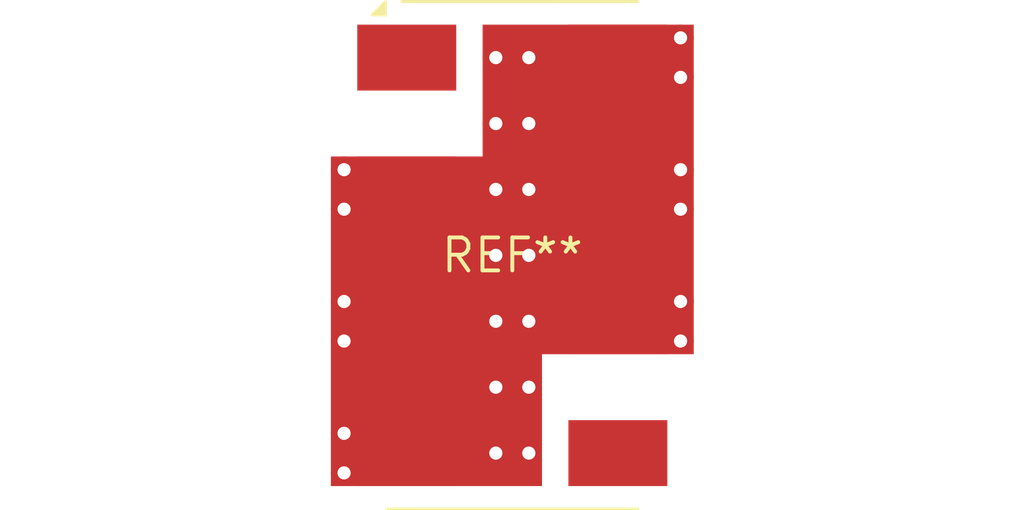
<source format=kicad_pcb>
(kicad_pcb (version 20240108) (generator pcbnew)
  (layers (0 "F.Cu" signal) (31 "B.Cu" signal) (34 "B.Paste" user) (35 "F.Paste" user) (36 "B.SilkS" user "B.Silkscreen") (37 "F.SilkS" user "F.Silkscreen") (38 "B.Mask" user) (39 "F.Mask" user) (44 "Edge.Cuts" user))
  (net 0 "")
  (footprint "Mini-Circuits_YY161_LandPatternPL-049" (layer "F.Cu") (at 0 0)
    (property "Reference" "REF**")
    (property "Value" "Mini-Circuits_YY161_LandPatternPL-049")
    (fp_line (start -4.826 9.779) (end 4.826 9.779) (layer "F.SilkS") (stroke (width 0.12)))
    (fp_line (start 4.826 -9.779) (end -4.25 -9.78) (layer "F.SilkS") (stroke (width 0.12)))
    (fp_poly (pts (xy -4.89 -9.27) (xy -5.39 -9.27) (xy -4.89 -9.77) (xy -4.89 -9.27)) (layer "F.SilkS") (stroke (width 0.12)) (fill solid))
    (pad "1" smd rect (at -4.064 -7.62 270) (size 2.54 3.81) (layers "F.Cu" "F.Paste" "F.Mask") (clearance 1.016))
    (pad "2" thru_hole circle (at -6.477 -3.302 270) (size 1.016 1.016) (drill 0.508) (layers *.Cu) (remove_unused_layers))
    (pad "2" thru_hole circle (at -6.477 -1.778 270) (size 1.016 1.016) (drill 0.508) (layers *.Cu) (remove_unused_layers))
    (pad "2" thru_hole circle (at -6.477 1.778 270) (size 1.016 1.016) (drill 0.508) (layers *.Cu) (remove_unused_layers))
    (pad "2" thru_hole circle (at -6.477 3.302 270) (size 1.016 1.016) (drill 0.508) (layers *.Cu) (remove_unused_layers))
    (pad "2" thru_hole circle (at -6.477 6.858 270) (size 1.016 1.016) (drill 0.508) (layers *.Cu) (remove_unused_layers))
    (pad "2" thru_hole circle (at -6.477 8.382 270) (size 1.016 1.016) (drill 0.508) (layers *.Cu) (remove_unused_layers))
    (pad "2" smd rect (at -2.921 2.54 270) (size 12.7 8.128) (layers "F.Cu"))
    (pad "2" thru_hole circle (at -0.635 -7.62 270) (size 1.016 1.016) (drill 0.508) (layers *.Cu) (remove_unused_layers))
    (pad "2" thru_hole circle (at -0.635 -5.08 270) (size 1.016 1.016) (drill 0.508) (layers *.Cu) (remove_unused_layers))
    (pad "2" thru_hole circle (at -0.635 -2.54 270) (size 1.016 1.016) (drill 0.508) (layers *.Cu) (remove_unused_layers))
    (pad "2" thru_hole circle (at -0.635 0 270) (size 1.016 1.016) (drill 0.508) (layers *.Cu) (remove_unused_layers))
    (pad "2" thru_hole circle (at -0.635 2.54 270) (size 1.016 1.016) (drill 0.508) (layers *.Cu) (remove_unused_layers))
    (pad "2" thru_hole circle (at -0.635 5.08 270) (size 1.016 1.016) (drill 0.508) (layers *.Cu) (remove_unused_layers))
    (pad "2" thru_hole circle (at -0.635 7.62 270) (size 1.016 1.016) (drill 0.508) (layers *.Cu) (remove_unused_layers))
    (pad "2" thru_hole circle (at 0.635 -7.62 270) (size 1.016 1.016) (drill 0.508) (layers *.Cu) (remove_unused_layers))
    (pad "2" thru_hole circle (at 0.635 -5.08 270) (size 1.016 1.016) (drill 0.508) (layers *.Cu) (remove_unused_layers))
    (pad "2" thru_hole circle (at 0.635 -2.54 270) (size 1.016 1.016) (drill 0.508) (layers *.Cu) (remove_unused_layers))
    (pad "2" thru_hole circle (at 0.635 0 270) (size 1.016 1.016) (drill 0.508) (layers *.Cu) (remove_unused_layers))
    (pad "2" thru_hole circle (at 0.635 2.54 270) (size 1.016 1.016) (drill 0.508) (layers *.Cu) (remove_unused_layers))
    (pad "2" thru_hole circle (at 0.635 5.08 270) (size 1.016 1.016) (drill 0.508) (layers *.Cu) (remove_unused_layers))
    (pad "2" thru_hole circle (at 0.635 7.62 270) (size 1.016 1.016) (drill 0.508) (layers *.Cu) (remove_unused_layers))
    (pad "2" smd rect (at 2.921 -2.54 270) (size 12.7 8.128) (layers "F.Cu"))
    (pad "2" smd rect (at 4.064 -7.62 270) (size 2.54 3.81) (layers "F.Cu" "F.Paste" "F.Mask"))
    (pad "2" thru_hole circle (at 6.477 -8.382 270) (size 1.016 1.016) (drill 0.508) (layers *.Cu) (remove_unused_layers))
    (pad "2" thru_hole circle (at 6.477 -6.858 270) (size 1.016 1.016) (drill 0.508) (layers *.Cu) (remove_unused_layers))
    (pad "2" thru_hole circle (at 6.477 -3.302 270) (size 1.016 1.016) (drill 0.508) (layers *.Cu) (remove_unused_layers))
    (pad "2" thru_hole circle (at 6.477 -1.778 270) (size 1.016 1.016) (drill 0.508) (layers *.Cu) (remove_unused_layers))
    (pad "2" thru_hole circle (at 6.477 1.778 270) (size 1.016 1.016) (drill 0.508) (layers *.Cu) (remove_unused_layers))
    (pad "2" thru_hole circle (at 6.477 3.302 270) (size 1.016 1.016) (drill 0.508) (layers *.Cu) (remove_unused_layers))
    (pad "3" smd rect (at -4.064 -2.54 270) (size 2.54 3.81) (layers "F.Cu" "F.Paste" "F.Mask"))
    (pad "4" smd rect (at 4.064 -2.54 270) (size 2.54 3.81) (layers "F.Cu" "F.Paste" "F.Mask"))
    (pad "5" smd rect (at -4.064 2.54 270) (size 2.54 3.81) (layers "F.Cu" "F.Paste" "F.Mask"))
    (pad "6" smd rect (at 4.064 2.54 270) (size 2.54 3.81) (layers "F.Cu" "F.Paste" "F.Mask"))
    (pad "7" smd rect (at -4.064 7.62 270) (size 2.54 3.81) (layers "F.Cu" "F.Paste" "F.Mask"))
    (pad "8" smd rect (at 4.064 7.62 270) (size 2.54 3.81) (layers "F.Cu" "F.Paste" "F.Mask") (clearance 1.016))
  )
)
</source>
